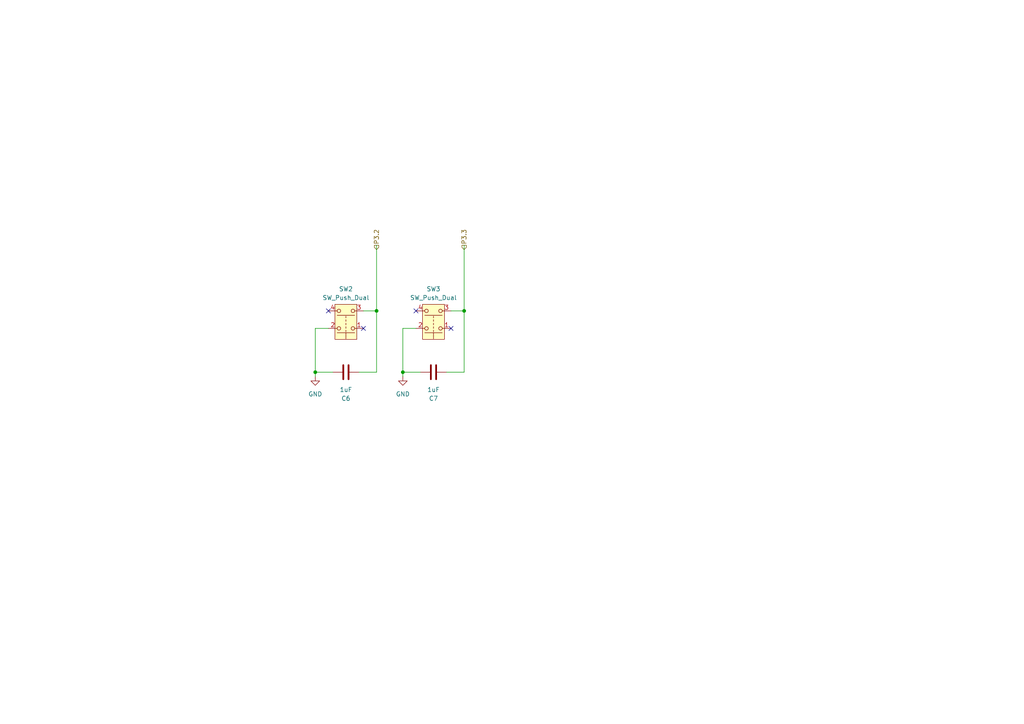
<source format=kicad_sch>
(kicad_sch (version 20250114) (generator "eeschema") (generator_version "9.0")
  (paper "A4")
  (lib_symbols
    (symbol "Device:C" (pin_numbers (hide yes)) (pin_names (offset 0.254))
      (property "Reference" "C" (at 0.635 2.54 0))
      (property "Value" "C" (at 0.635 -2.54 0))
      (symbol "C_0_1"
        (polyline (pts (xy -2.032 0.762) (xy 2.032 0.762)) (stroke (width 0.508)))
        (polyline (pts (xy -2.032 -0.762) (xy 2.032 -0.762)) (stroke (width 0.508)))
      )
      (symbol "C_1_1"
        (pin passive line (at 0 3.81 270) (length 2.794) (name "~") (number "1"))
        (pin passive line (at 0 -3.81 90) (length 2.794) (name "~") (number "2"))
      )
    )
    (symbol "Switch:SW_Push_Dual" (pin_names (offset 1.016) (hide yes))
      (property "Reference" "SW" (at 0 7.62 0))
      (property "Value" "SW_Push_Dual" (at 0 -6.35 0))
      (symbol "SW_Push_Dual_0_1"
        (circle (center -2.032 2.54) (radius 0.508))
        (circle (center -2.032 -2.54) (radius 0.508))
        (polyline (pts (xy 0 3.81) (xy 0 5.588)))
        (polyline (pts (xy 0 3.048) (xy 0 3.556)))
        (polyline (pts (xy 0 2.032) (xy 0 2.54)))
        (polyline (pts (xy 0 1.016) (xy 0 1.524)))
        (polyline (pts (xy 0 0.508) (xy 0 0)))
        (polyline (pts (xy 0 -0.508) (xy 0 -1.016)))
        (circle (center 2.032 2.54) (radius 0.508))
        (circle (center 2.032 -2.54) (radius 0.508))
        (polyline (pts (xy 2.54 3.81) (xy -2.54 3.81)))
        (polyline (pts (xy 2.54 -1.27) (xy -2.54 -1.27)))
        (pin passive line (at -5.08 2.54 0) (length 2.54) (name "1") (number "1"))
        (pin passive line (at -5.08 -2.54 0) (length 2.54) (name "3") (number "3"))
        (pin passive line (at 5.08 2.54 180) (length 2.54) (name "2") (number "2"))
        (pin passive line (at 5.08 -2.54 180) (length 2.54) (name "4") (number "4"))
      )
      (symbol "SW_Push_Dual_1_1"
        (rectangle (start -3.175 5.715) (end 3.175 -4.445) (fill (type background)))
      )
    )
    (symbol "power:GND" (power) (pin_numbers (hide yes)) (pin_names (offset 0) (hide yes))
      (property "Value" "GND" (at 0 -3.81 0))
      (symbol "GND_0_1"
        (polyline (pts (xy 0 0) (xy 0 -1.27) (xy 1.27 -1.27) (xy 0 -2.54) (xy -1.27 -1.27) (xy 0 -1.27)))
      )
      (symbol "GND_1_1"
        (pin power_in line (at 0 0 270) (length 0) (name "~") (number "1"))
      )
    )
  )
  (junction (at 116.84 107.95))
  (junction (at 91.44 107.95))
  (junction (at 134.62 90.17))
  (junction (at 109.22 90.17))
  (no_connect (at 95.25 90.17))
  (no_connect (at 105.41 95.25))
  (no_connect (at 130.81 95.25))
  (no_connect (at 120.65 90.17))
  (wire (pts (xy 91.44 107.95) (xy 96.52 107.95)))
  (wire (pts (xy 91.44 95.25) (xy 95.25 95.25)))
  (wire (pts (xy 105.41 90.17) (xy 109.22 90.17)))
  (wire (pts (xy 134.62 90.17) (xy 134.62 107.95)))
  (wire (pts (xy 130.81 90.17) (xy 134.62 90.17)))
  (wire (pts (xy 134.62 71.12) (xy 134.62 90.17)))
  (wire (pts (xy 109.22 107.95) (xy 104.14 107.95)))
  (wire (pts (xy 109.22 90.17) (xy 109.22 107.95)))
  (wire (pts (xy 116.84 109.22) (xy 116.84 107.95)))
  (wire (pts (xy 134.62 107.95) (xy 129.54 107.95)))
  (wire (pts (xy 109.22 71.12) (xy 109.22 90.17)))
  (wire (pts (xy 116.84 95.25) (xy 120.65 95.25)))
  (wire (pts (xy 116.84 107.95) (xy 121.92 107.95)))
  (wire (pts (xy 91.44 95.25) (xy 91.44 107.95)))
  (wire (pts (xy 91.44 109.22) (xy 91.44 107.95)))
  (wire (pts (xy 116.84 95.25) (xy 116.84 107.95)))
  (hierarchical_label "P3.3" (shape input) (at 134.62 72.39 90))
  (hierarchical_label "P3.2" (shape input) (at 109.22 72.39 90))
  (symbol (lib_id "Switch:SW_Push_Dual") (at 125.73 92.71 180) (unit 1)
    (property "Reference" "SW3" (at 125.73 83.82 0))
    (property "Value" "SW_Push_Dual" (at 125.73 86.36 0))
    (property "Footprint" "Button_Switch_THT:SW_PUSH_6mm_H7.3mm" (effects (hide yes)))
    (property "Description" "Push button switch, generic, symbol, four pins" (effects (hide yes)))
  )
  (symbol (lib_id "Device:C") (at 125.73 107.95 90) (mirror x) (unit 1)
    (property "Reference" "C7" (at 125.73 115.57 90))
    (property "Value" "1uF" (at 125.73 113.03 90))
    (property "Footprint" "Capacitor_SMD:C_1206_3216Metric_Pad1.33x1.80mm_HandSolder" (effects (hide yes)))
    (property "Description" "Unpolarized capacitor" (effects (hide yes)))
  )
  (symbol (lib_id "Device:C") (at 100.33 107.95 270) (unit 1)
    (property "Reference" "C6" (at 100.33 115.57 90))
    (property "Value" "1uF" (at 100.33 113.03 90))
    (property "Footprint" "Capacitor_SMD:C_1206_3216Metric_Pad1.33x1.80mm_HandSolder" (effects (hide yes)))
    (property "Description" "Unpolarized capacitor" (effects (hide yes)))
  )
  (symbol (lib_id "power:GND") (at 91.44 109.22 0) (unit 1)
    (property "Reference" "#PWR011" (effects (hide yes)))
    (property "Value" "GND" (at 91.44 114.3 0))
    (property "Description" "Power symbol creates a global label with name \"GND\" , ground" (effects (hide yes)))
  )
  (symbol (lib_id "Switch:SW_Push_Dual") (at 100.33 92.71 180) (unit 1)
    (property "Reference" "SW2" (at 100.33 83.82 0))
    (property "Value" "SW_Push_Dual" (at 100.33 86.36 0))
    (property "Footprint" "Button_Switch_THT:SW_PUSH_6mm_H7.3mm" (effects (hide yes)))
    (property "Description" "Push button switch, generic, symbol, four pins" (effects (hide yes)))
  )
  (symbol (lib_id "power:GND") (at 116.84 109.22 0) (unit 1)
    (property "Reference" "#PWR012" (effects (hide yes)))
    (property "Value" "GND" (at 116.84 114.3 0))
    (property "Description" "Power symbol creates a global label with name \"GND\" , ground" (effects (hide yes)))
  )
)
</source>
